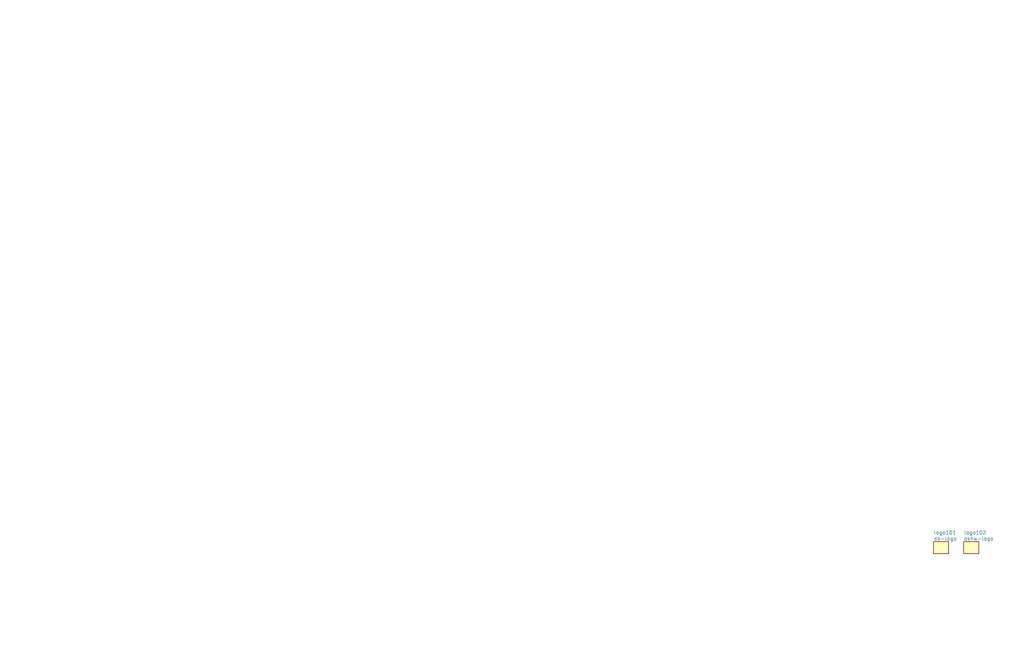
<source format=kicad_sch>
(kicad_sch (version 20230121) (generator eeschema)
  (paper "B")
  (title_block (date "2024-04-08") (rev "0.1") (company "db Electronics") (comment 1 "https://github.com/db-electronics/") (comment 2 "Licensed Under CERN OHL v.1.2") (comment 3 "Copyright 2024 René Richard"))
  (lib_symbols
    (symbol "db-artwork:logo" (pin_names (offset 1.016))
      (property "Reference" "logo" (at 0 6.35 0))
      (property "Value" "logo" (at 0 3.81 0))
      (symbol "logo_0_1"
        (rectangle (start -2.54 2.54) (end 3.81 -2.54) (stroke (width 0.254)) (fill (type background)))
      )
    )
  )
  (symbol (lib_id "db-artwork:logo") (at 408.94 231.14 0) (unit 1) (in_bom no)
    (property "Reference" "logo102" (at 406.4 224.79 0) (effects (font (size 1.524 1.524)) (justify left)))
    (property "Value" "oshw-logo" (at 406.4 227.33 0) (effects (font (size 1.524 1.524)) (justify left)))
    (property "Footprint" "db-artwork:oshw-logo_7.5mm" (effects hide))
  )
  (symbol (lib_id "db-artwork:logo") (at 396.24 231.14 0) (unit 1) (in_bom no)
    (property "Reference" "logo101" (at 393.7 224.79 0) (effects (font (size 1.524 1.524)) (justify left)))
    (property "Value" "db-logo" (at 393.7 227.33 0) (effects (font (size 1.524 1.524)) (justify left)))
    (property "Footprint" "db-artwork:db-logo_10mm" (effects hide))
  )
)
</source>
